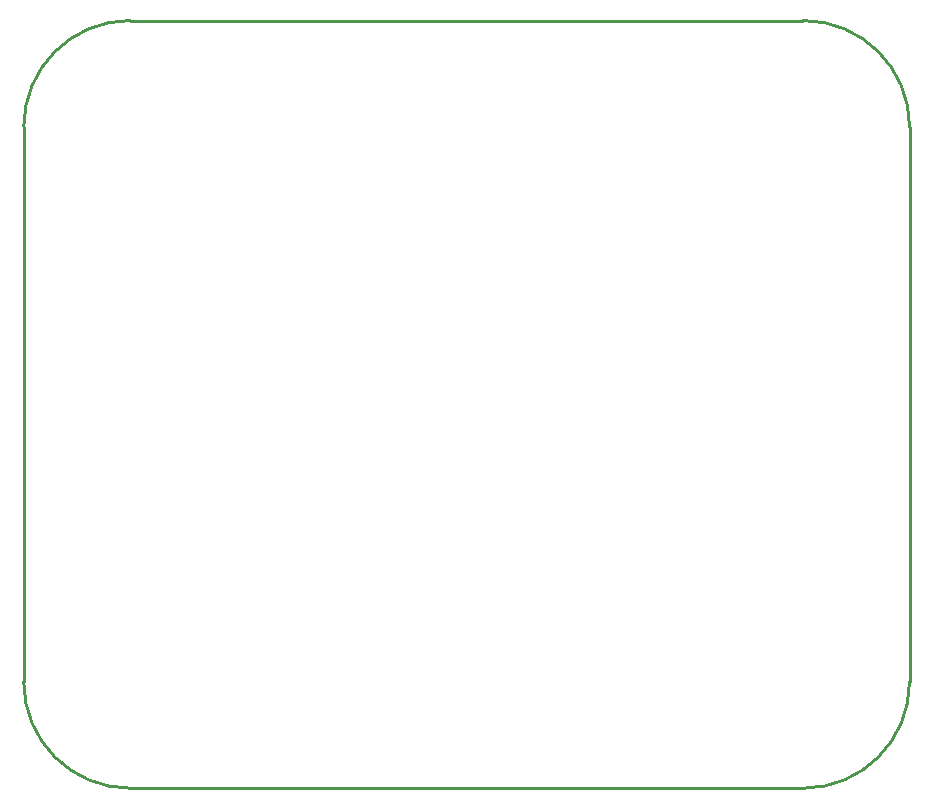
<source format=gko>
G04 Layer: BoardOutline*
G04 EasyEDA v6.4.20.6, 2021-07-28T11:41:20--4:00*
G04 2421fe4ad3c6477fbea3b4fc35478b58,7db2125e4611476bb2993bf99425ef50,10*
G04 Gerber Generator version 0.2*
G04 Scale: 100 percent, Rotated: No, Reflected: No *
G04 Dimensions in millimeters *
G04 leading zeros omitted , absolute positions ,4 integer and 5 decimal *
%FSLAX45Y45*%
%MOMM*%

%ADD10C,0.2540*%
D10*
X8210999Y-7834000D02*
G01*
X8210999Y-12534000D01*
X710999Y-12534000D02*
G01*
X710999Y-7834000D01*
X7310998Y-13433999D02*
G01*
X1611000Y-13433999D01*
X1611000Y-6933999D02*
G01*
X7310998Y-6933999D01*
G75*
G01*
X7310999Y-6933999D02*
G02*
X8211000Y-7834000I0J-900001D01*
G75*
G01*
X8211000Y-12534001D02*
G02*
X7310999Y-13433999I-900001J3D01*
G75*
G01*
X1611000Y-13433999D02*
G02*
X710999Y-12534001I0J900001D01*
G75*
G01*
X710999Y-7834000D02*
G02*
X1611000Y-6933999I900001J0D01*

%LPD*%
M02*

</source>
